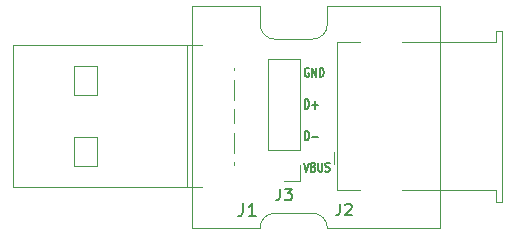
<source format=gbr>
G04 #@! TF.GenerationSoftware,KiCad,Pcbnew,(5.1.5)-3*
G04 #@! TF.CreationDate,2023-08-31T22:46:46+02:00*
G04 #@! TF.ProjectId,usb-trace-adapter,7573622d-7472-4616-9365-2d6164617074,A*
G04 #@! TF.SameCoordinates,PX57b03e0PY53d00e0*
G04 #@! TF.FileFunction,Legend,Top*
G04 #@! TF.FilePolarity,Positive*
%FSLAX46Y46*%
G04 Gerber Fmt 4.6, Leading zero omitted, Abs format (unit mm)*
G04 Created by KiCad (PCBNEW (5.1.5)-3) date 2023-08-31 22:46:46*
%MOMM*%
%LPD*%
G04 APERTURE LIST*
%ADD10C,0.050000*%
%ADD11C,0.152400*%
%ADD12C,0.120000*%
%ADD13C,0.100000*%
%ADD14C,0.150000*%
%ADD15C,0.152000*%
G04 APERTURE END LIST*
D10*
X11430000Y0D02*
X20955000Y0D01*
X6985000Y1270000D02*
X10160000Y1270000D01*
X10160000Y1270000D02*
G75*
G02X11430000Y0I0J-1270000D01*
G01*
X5715000Y0D02*
G75*
G02X6985000Y1270000I1270000J0D01*
G01*
X11430000Y18796000D02*
X20955000Y18796000D01*
X11430000Y17272000D02*
X11430000Y18796000D01*
X5715000Y17272000D02*
X5715000Y18796000D01*
X10160000Y16002000D02*
X6985000Y16002000D01*
X11430000Y17272000D02*
G75*
G02X10160000Y16002000I-1270000J0D01*
G01*
X6985000Y16002000D02*
G75*
G02X5715000Y17272000I0J1270000D01*
G01*
D11*
X9834517Y13561200D02*
X9776460Y13598915D01*
X9689374Y13598915D01*
X9602288Y13561200D01*
X9544231Y13485772D01*
X9515202Y13410343D01*
X9486174Y13259486D01*
X9486174Y13146343D01*
X9515202Y12995486D01*
X9544231Y12920058D01*
X9602288Y12844629D01*
X9689374Y12806915D01*
X9747431Y12806915D01*
X9834517Y12844629D01*
X9863545Y12882343D01*
X9863545Y13146343D01*
X9747431Y13146343D01*
X10124802Y12806915D02*
X10124802Y13598915D01*
X10473145Y12806915D01*
X10473145Y13598915D01*
X10763431Y12806915D02*
X10763431Y13598915D01*
X10908574Y13598915D01*
X10995660Y13561200D01*
X11053717Y13485772D01*
X11082745Y13410343D01*
X11111774Y13259486D01*
X11111774Y13146343D01*
X11082745Y12995486D01*
X11053717Y12920058D01*
X10995660Y12844629D01*
X10908574Y12806915D01*
X10763431Y12806915D01*
X9515202Y10126115D02*
X9515202Y10918115D01*
X9660345Y10918115D01*
X9747431Y10880400D01*
X9805488Y10804972D01*
X9834517Y10729543D01*
X9863545Y10578686D01*
X9863545Y10465543D01*
X9834517Y10314686D01*
X9805488Y10239258D01*
X9747431Y10163829D01*
X9660345Y10126115D01*
X9515202Y10126115D01*
X10124802Y10427829D02*
X10589260Y10427829D01*
X10357031Y10126115D02*
X10357031Y10729543D01*
X9515202Y7445315D02*
X9515202Y8237315D01*
X9660345Y8237315D01*
X9747431Y8199600D01*
X9805488Y8124172D01*
X9834517Y8048743D01*
X9863545Y7897886D01*
X9863545Y7784743D01*
X9834517Y7633886D01*
X9805488Y7558458D01*
X9747431Y7483029D01*
X9660345Y7445315D01*
X9515202Y7445315D01*
X10124802Y7747029D02*
X10589260Y7747029D01*
X9428117Y5556515D02*
X9631317Y4764515D01*
X9834517Y5556515D01*
X10240917Y5179372D02*
X10328002Y5141658D01*
X10357031Y5103943D01*
X10386060Y5028515D01*
X10386060Y4915372D01*
X10357031Y4839943D01*
X10328002Y4802229D01*
X10269945Y4764515D01*
X10037717Y4764515D01*
X10037717Y5556515D01*
X10240917Y5556515D01*
X10298974Y5518800D01*
X10328002Y5481086D01*
X10357031Y5405658D01*
X10357031Y5330229D01*
X10328002Y5254800D01*
X10298974Y5217086D01*
X10240917Y5179372D01*
X10037717Y5179372D01*
X10647317Y5556515D02*
X10647317Y4915372D01*
X10676345Y4839943D01*
X10705374Y4802229D01*
X10763431Y4764515D01*
X10879545Y4764515D01*
X10937602Y4802229D01*
X10966631Y4839943D01*
X10995660Y4915372D01*
X10995660Y5556515D01*
X11256917Y4802229D02*
X11344002Y4764515D01*
X11489145Y4764515D01*
X11547202Y4802229D01*
X11576231Y4839943D01*
X11605260Y4915372D01*
X11605260Y4990800D01*
X11576231Y5066229D01*
X11547202Y5103943D01*
X11489145Y5141658D01*
X11373031Y5179372D01*
X11314974Y5217086D01*
X11285945Y5254800D01*
X11256917Y5330229D01*
X11256917Y5405658D01*
X11285945Y5481086D01*
X11314974Y5518800D01*
X11373031Y5556515D01*
X11518174Y5556515D01*
X11605260Y5518800D01*
D10*
X0Y18796000D02*
X0Y0D01*
X5715000Y18796000D02*
X0Y18796000D01*
X20955000Y0D02*
X20955000Y18796000D01*
X0Y0D02*
X5715000Y0D01*
D12*
X26198000Y2219000D02*
X26198000Y16719000D01*
X26198000Y16719000D02*
X25698000Y16719000D01*
X25698000Y16719000D02*
X25698000Y15719000D01*
X25698000Y15719000D02*
X17698000Y15719000D01*
X14198000Y15719000D02*
X12198000Y15719000D01*
X12198000Y15719000D02*
X12198000Y3219000D01*
X12198000Y3219000D02*
X14198000Y3219000D01*
X17698000Y3219000D02*
X25698000Y3219000D01*
X25698000Y3219000D02*
X25698000Y2219000D01*
X25698000Y2219000D02*
X26198000Y2219000D01*
X11948000Y5469000D02*
X11948000Y6469000D01*
X9077000Y4019000D02*
X7747000Y4019000D01*
X9077000Y5349000D02*
X9077000Y4019000D01*
X9077000Y6619000D02*
X6417000Y6619000D01*
X6417000Y6619000D02*
X6417000Y14299000D01*
X9077000Y6619000D02*
X9077000Y14299000D01*
X9077000Y14299000D02*
X6417000Y14299000D01*
D13*
X3507000Y5571000D02*
X3507000Y5352000D01*
X3507000Y8070000D02*
X3507000Y6367000D01*
X3507000Y10070000D02*
X3507000Y8867000D01*
X3507000Y12571000D02*
X3507000Y10867000D01*
X3507000Y13586000D02*
X3507000Y13367000D01*
X-10044000Y11238000D02*
X-8044000Y11238000D01*
X-8044000Y13685000D02*
X-8044000Y11238000D01*
X-10044000Y13685000D02*
X-8044000Y13685000D01*
X-10044000Y11238000D02*
X-10044000Y13685000D01*
X-10044000Y7701000D02*
X-8044000Y7701000D01*
X-8044000Y5239000D02*
X-8044000Y7701000D01*
X-10044000Y5239000D02*
X-8044000Y5239000D01*
X-10044000Y7701000D02*
X-10044000Y5239000D01*
X-15208000Y15476000D02*
X813000Y15476000D01*
X-15208000Y3463000D02*
X-15208000Y15476000D01*
X-15208000Y3463000D02*
X807000Y3463000D01*
X-493000Y15476000D02*
X-493000Y3463000D01*
D14*
X12493666Y2071620D02*
X12493666Y1357334D01*
X12446047Y1214477D01*
X12350809Y1119239D01*
X12207952Y1071620D01*
X12112714Y1071620D01*
X12922238Y1976381D02*
X12969857Y2024000D01*
X13065095Y2071620D01*
X13303190Y2071620D01*
X13398428Y2024000D01*
X13446047Y1976381D01*
X13493666Y1881143D01*
X13493666Y1785905D01*
X13446047Y1643048D01*
X12874619Y1071620D01*
X13493666Y1071620D01*
X7413666Y3341620D02*
X7413666Y2627334D01*
X7366047Y2484477D01*
X7270809Y2389239D01*
X7127952Y2341620D01*
X7032714Y2341620D01*
X7794619Y3341620D02*
X8413666Y3341620D01*
X8080333Y2960667D01*
X8223190Y2960667D01*
X8318428Y2913048D01*
X8366047Y2865429D01*
X8413666Y2770191D01*
X8413666Y2532096D01*
X8366047Y2436858D01*
X8318428Y2389239D01*
X8223190Y2341620D01*
X7937476Y2341620D01*
X7842238Y2389239D01*
X7794619Y2436858D01*
D15*
X4255485Y2149929D02*
X4255485Y1333500D01*
X4201057Y1170215D01*
X4092200Y1061358D01*
X3928914Y1006929D01*
X3820057Y1006929D01*
X5398485Y1006929D02*
X4745342Y1006929D01*
X5071914Y1006929D02*
X5071914Y2149929D01*
X4963057Y1986643D01*
X4854200Y1877786D01*
X4745342Y1823358D01*
M02*

</source>
